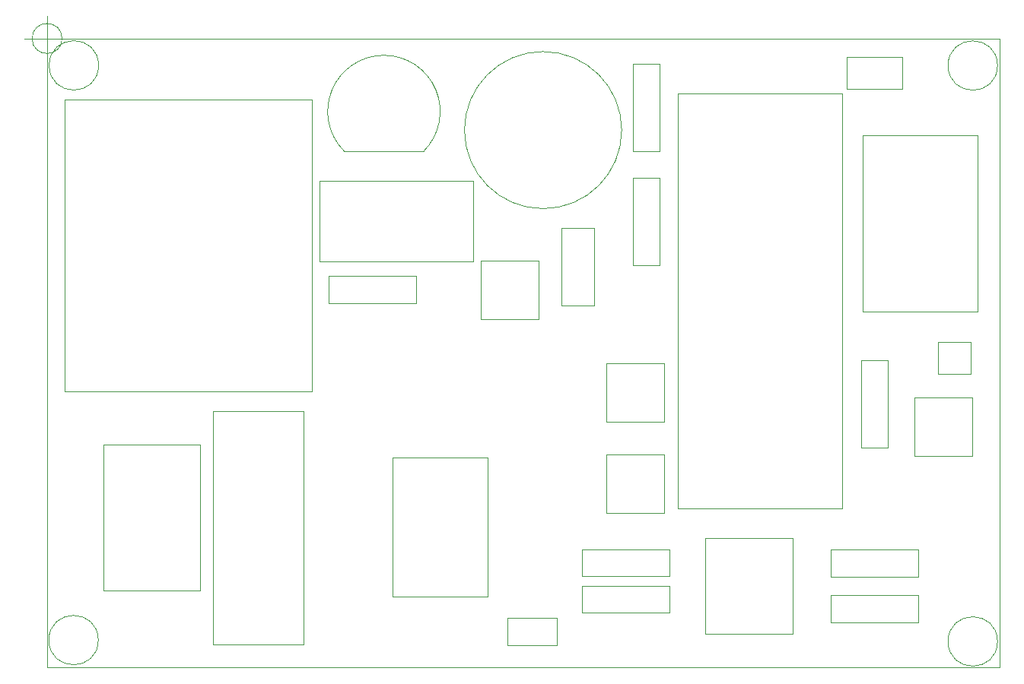
<source format=gbr>
%TF.GenerationSoftware,KiCad,Pcbnew,(5.1.8)-1*%
%TF.CreationDate,2021-03-14T10:01:35+01:00*%
%TF.ProjectId,Telerupteur_Emetteur_RF433_V2,54656c65-7275-4707-9465-75725f456d65,rev?*%
%TF.SameCoordinates,Original*%
%TF.FileFunction,Other,User*%
%FSLAX46Y46*%
G04 Gerber Fmt 4.6, Leading zero omitted, Abs format (unit mm)*
G04 Created by KiCad (PCBNEW (5.1.8)-1) date 2021-03-14 10:01:35*
%MOMM*%
%LPD*%
G01*
G04 APERTURE LIST*
%TA.AperFunction,Profile*%
%ADD10C,0.050000*%
%TD*%
%TA.AperFunction,Profile*%
%ADD11C,0.100000*%
%TD*%
%ADD12C,0.050000*%
%ADD13C,0.120000*%
G04 APERTURE END LIST*
D10*
X50666666Y-49950000D02*
G75*
G03*
X50666666Y-49950000I-1666666J0D01*
G01*
X46500000Y-49950000D02*
X51500000Y-49950000D01*
X49000000Y-47450000D02*
X49000000Y-52450000D01*
D11*
X49000000Y-49950000D02*
X155000000Y-49975000D01*
D10*
X49000000Y-120000000D02*
X155000000Y-120000000D01*
X155000000Y-49975000D02*
X155000000Y-120000000D01*
D11*
X49000000Y-49950000D02*
X49000000Y-120000000D01*
D12*
%TO.C,REF4*%
X154775000Y-117125000D02*
G75*
G03*
X154775000Y-117125000I-2750000J0D01*
G01*
%TO.C,REF2*%
X154775000Y-52965000D02*
G75*
G03*
X154775000Y-52965000I-2750000J0D01*
G01*
%TO.C,REF3*%
X54700000Y-116975000D02*
G75*
G03*
X54700000Y-116975000I-2750000J0D01*
G01*
%TO.C,REF1*%
X54730000Y-52950000D02*
G75*
G03*
X54730000Y-52950000I-2750000J0D01*
G01*
%TO.C,C1*%
X112950000Y-60160000D02*
G75*
G03*
X112950000Y-60160000I-8750000J0D01*
G01*
%TO.C,C2*%
X96420000Y-74820000D02*
X96420000Y-65820000D01*
X96420000Y-65820000D02*
X79320000Y-65820000D01*
X79320000Y-65820000D02*
X79320000Y-74820000D01*
X79320000Y-74820000D02*
X96420000Y-74820000D01*
%TO.C,C3*%
X105720000Y-114540000D02*
X100220000Y-114540000D01*
X105720000Y-117540000D02*
X105720000Y-114540000D01*
X100220000Y-117540000D02*
X105720000Y-117540000D01*
X100220000Y-114540000D02*
X100220000Y-117540000D01*
%TO.C,D2*%
X103680000Y-74690000D02*
X97230000Y-74690000D01*
X103680000Y-81190000D02*
X103680000Y-74690000D01*
X97230000Y-81190000D02*
X103680000Y-81190000D01*
X97230000Y-74690000D02*
X97230000Y-81190000D01*
%TO.C,D3*%
X111200000Y-86120000D02*
X111200000Y-92620000D01*
X111200000Y-92620000D02*
X117650000Y-92620000D01*
X117650000Y-92620000D02*
X117650000Y-86120000D01*
X117650000Y-86120000D02*
X111200000Y-86120000D01*
%TO.C,D4*%
X117650000Y-96280000D02*
X111200000Y-96280000D01*
X117650000Y-102780000D02*
X117650000Y-96280000D01*
X111200000Y-102780000D02*
X117650000Y-102780000D01*
X111200000Y-96280000D02*
X111200000Y-102780000D01*
%TO.C,D5*%
X145490000Y-89930000D02*
X145490000Y-96430000D01*
X145490000Y-96430000D02*
X151940000Y-96430000D01*
X151940000Y-96430000D02*
X151940000Y-89930000D01*
X151940000Y-89930000D02*
X145490000Y-89930000D01*
%TO.C,F1*%
X67460000Y-91430000D02*
X77560000Y-91430000D01*
X67460000Y-117430000D02*
X67460000Y-91430000D01*
X77560000Y-91430000D02*
X77560000Y-117430000D01*
X77560000Y-117430000D02*
X67460000Y-117430000D01*
%TO.C,J2*%
X138020000Y-55610000D02*
X144170000Y-55610000D01*
X144170000Y-55610000D02*
X144170000Y-52010000D01*
X144170000Y-52010000D02*
X138020000Y-52010000D01*
X138020000Y-52010000D02*
X138020000Y-55610000D01*
%TO.C,J3*%
X151780000Y-83760000D02*
X148180000Y-83760000D01*
X151780000Y-87360000D02*
X151780000Y-83760000D01*
X148180000Y-87360000D02*
X151780000Y-87360000D01*
X148180000Y-83760000D02*
X148180000Y-87360000D01*
%TO.C,J4*%
X106270000Y-71060000D02*
X106270000Y-79710000D01*
X106270000Y-79710000D02*
X109870000Y-79710000D01*
X109870000Y-79710000D02*
X109870000Y-71060000D01*
X109870000Y-71060000D02*
X106270000Y-71060000D01*
%TO.C,R1*%
X80350000Y-76440000D02*
X80350000Y-79440000D01*
X80350000Y-79440000D02*
X90070000Y-79440000D01*
X90070000Y-79440000D02*
X90070000Y-76440000D01*
X90070000Y-76440000D02*
X80350000Y-76440000D01*
%TO.C,R2*%
X114190000Y-52760000D02*
X114190000Y-62480000D01*
X117190000Y-52760000D02*
X114190000Y-52760000D01*
X117190000Y-62480000D02*
X117190000Y-52760000D01*
X114190000Y-62480000D02*
X117190000Y-62480000D01*
%TO.C,R3*%
X108510000Y-106875000D02*
X108510000Y-109875000D01*
X108510000Y-109875000D02*
X118230000Y-109875000D01*
X118230000Y-109875000D02*
X118230000Y-106875000D01*
X118230000Y-106875000D02*
X108510000Y-106875000D01*
%TO.C,R4*%
X117190000Y-75180000D02*
X117190000Y-65460000D01*
X114190000Y-75180000D02*
X117190000Y-75180000D01*
X114190000Y-65460000D02*
X114190000Y-75180000D01*
X117190000Y-65460000D02*
X114190000Y-65460000D01*
%TO.C,R5*%
X108510000Y-110925000D02*
X108510000Y-113925000D01*
X108510000Y-113925000D02*
X118230000Y-113925000D01*
X118230000Y-113925000D02*
X118230000Y-110925000D01*
X118230000Y-110925000D02*
X108510000Y-110925000D01*
%TO.C,R6*%
X136230000Y-106920000D02*
X136230000Y-109920000D01*
X136230000Y-109920000D02*
X145950000Y-109920000D01*
X145950000Y-109920000D02*
X145950000Y-106920000D01*
X145950000Y-106920000D02*
X136230000Y-106920000D01*
%TO.C,R7*%
X145950000Y-112000000D02*
X136230000Y-112000000D01*
X145950000Y-115000000D02*
X145950000Y-112000000D01*
X136230000Y-115000000D02*
X145950000Y-115000000D01*
X136230000Y-112000000D02*
X136230000Y-115000000D01*
%TO.C,R8*%
X139590000Y-85780000D02*
X139590000Y-95500000D01*
X142590000Y-85780000D02*
X139590000Y-85780000D01*
X142590000Y-95500000D02*
X142590000Y-85780000D01*
X139590000Y-95500000D02*
X142590000Y-95500000D01*
%TO.C,TR1*%
X50980000Y-56770000D02*
X78480000Y-56770000D01*
X50980000Y-56770000D02*
X50980000Y-89270000D01*
X78480000Y-89270000D02*
X78480000Y-56770000D01*
X78480000Y-89270000D02*
X50980000Y-89270000D01*
D13*
%TO.C,U1*%
X87440000Y-96640000D02*
X97990000Y-96640000D01*
X98015000Y-96640000D02*
X98015000Y-112165000D01*
X97965000Y-112165000D02*
X87415000Y-112165000D01*
X87415000Y-112115000D02*
X87415000Y-96640000D01*
D12*
%TO.C,U2*%
X132010000Y-105600000D02*
X122210000Y-105600000D01*
X132010000Y-116300000D02*
X132010000Y-105600000D01*
X122210000Y-116300000D02*
X132010000Y-116300000D01*
X122210000Y-105600000D02*
X122210000Y-116300000D01*
%TO.C,U3*%
X137520000Y-102320000D02*
X119240000Y-102320000D01*
X137520000Y-102320000D02*
X137520000Y-56100000D01*
X119240000Y-56100000D02*
X119240000Y-102320000D01*
X119240000Y-56100000D02*
X137520000Y-56100000D01*
D13*
%TO.C,U4*%
X152560000Y-60705000D02*
X139810000Y-60705000D01*
X139810000Y-60705000D02*
X139810000Y-80390000D01*
X152560000Y-60705000D02*
X152560000Y-80390000D01*
X152560000Y-80390000D02*
X139810000Y-80390000D01*
D12*
%TO.C,J1*%
X55240000Y-95190000D02*
X55240000Y-111440000D01*
X66050000Y-95190000D02*
X55240000Y-95190000D01*
X66050000Y-111440000D02*
X66050000Y-95190000D01*
X55240000Y-111440000D02*
X66050000Y-111440000D01*
D13*
%TO.C,D1*%
X82064724Y-62510280D02*
X90925000Y-62500000D01*
X82064723Y-62510280D02*
G75*
G02*
X90925000Y-62500000I4425009J4426479D01*
G01*
%TD*%
M02*

</source>
